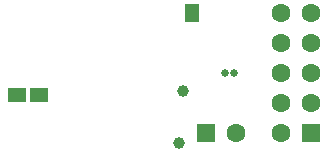
<source format=gbs>
G04 Layer_Color=16711935*
%FSLAX25Y25*%
%MOIN*%
G70*
G01*
G75*
%ADD73R,0.06299X0.06299*%
%ADD74C,0.06299*%
%ADD75R,0.06299X0.06299*%
%ADD76C,0.03894*%
%ADD77C,0.02520*%
%ADD78R,0.06299X0.04626*%
%ADD79R,0.04626X0.06299*%
%ADD80R,0.05906X0.01181*%
%ADD81R,0.01181X0.05906*%
D73*
X76644Y5421D02*
D03*
D74*
X86644D02*
D03*
X101575Y5512D02*
D03*
X111575Y15512D02*
D03*
X101575D02*
D03*
X111575Y25512D02*
D03*
X101575D02*
D03*
X111575Y35512D02*
D03*
X101575D02*
D03*
X111575Y45512D02*
D03*
X101575D02*
D03*
D75*
X111575Y5512D02*
D03*
D76*
X67716Y2362D02*
D03*
X68976Y19575D02*
D03*
D77*
X86120Y25400D02*
D03*
X82970D02*
D03*
D78*
X20866Y18158D02*
D03*
X13780Y18158D02*
D03*
D79*
X72097Y45669D02*
D03*
D80*
X20866Y16634D02*
D03*
X20866Y19685D02*
D03*
X13780D02*
D03*
X13779Y16634D02*
D03*
D81*
X70571Y45669D02*
D03*
X73622Y45669D02*
D03*
M02*

</source>
